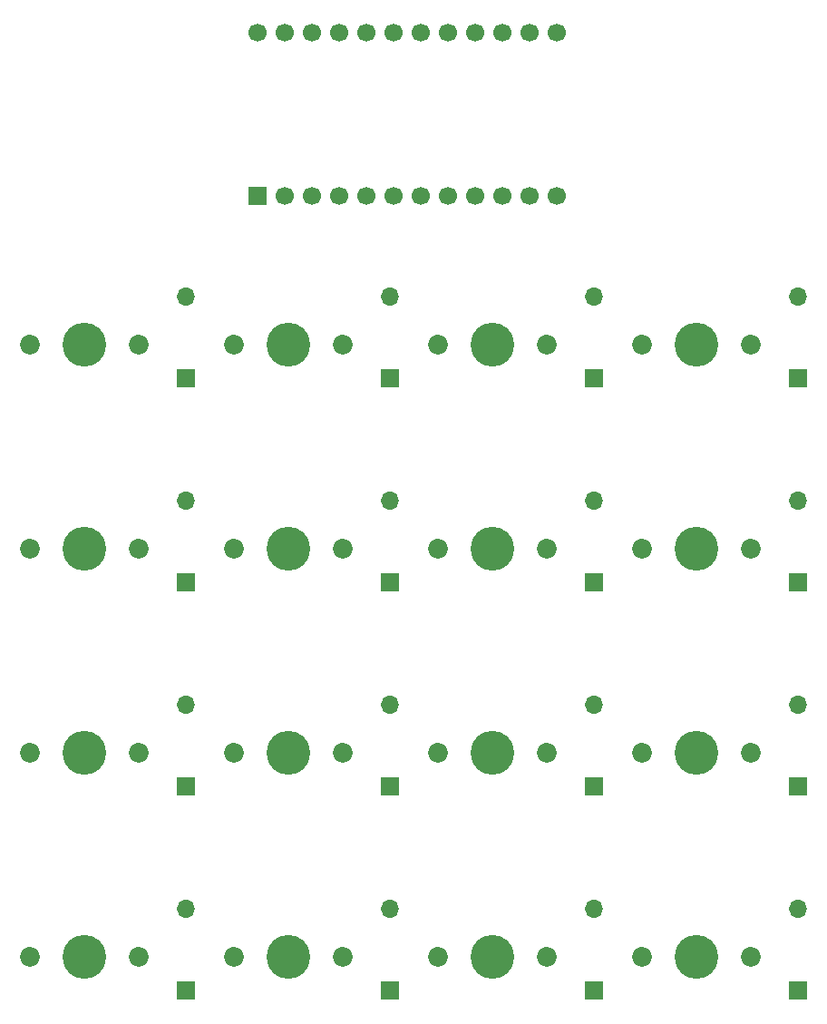
<source format=gts>
%TF.GenerationSoftware,KiCad,Pcbnew,(5.1.6)-1*%
%TF.CreationDate,2020-06-06T20:34:11-05:00*%
%TF.ProjectId,cerkit16,6365726b-6974-4313-962e-6b696361645f,rev?*%
%TF.SameCoordinates,Original*%
%TF.FileFunction,Soldermask,Top*%
%TF.FilePolarity,Negative*%
%FSLAX46Y46*%
G04 Gerber Fmt 4.6, Leading zero omitted, Abs format (unit mm)*
G04 Created by KiCad (PCBNEW (5.1.6)-1) date 2020-06-06 20:34:11*
%MOMM*%
%LPD*%
G01*
G04 APERTURE LIST*
%ADD10C,4.087800*%
%ADD11C,1.850000*%
%ADD12C,1.700000*%
%ADD13R,1.700000X1.700000*%
%ADD14O,1.700000X1.700000*%
G04 APERTURE END LIST*
D10*
%TO.C,MX11*%
X87312500Y-79375000D03*
D11*
X82232500Y-79375000D03*
X92392500Y-79375000D03*
%TD*%
D12*
%TO.C,U1*%
X65405000Y-12223750D03*
X67945000Y-12223750D03*
X70485000Y-12223750D03*
X73025000Y-12223750D03*
X75565000Y-12223750D03*
X78105000Y-12223750D03*
X80645000Y-12223750D03*
X83185000Y-12223750D03*
X85725000Y-12223750D03*
X88265000Y-12223750D03*
X90805000Y-12223750D03*
X93345000Y-12223750D03*
X93345000Y-27463750D03*
X90805000Y-27463750D03*
X88265000Y-27463750D03*
X85725000Y-27463750D03*
X83185000Y-27463750D03*
X80645000Y-27463750D03*
X78105000Y-27463750D03*
X75565000Y-27463750D03*
X73025000Y-27463750D03*
X70485000Y-27463750D03*
X67945000Y-27463750D03*
D13*
X65405000Y-27463750D03*
%TD*%
D10*
%TO.C,MX16*%
X106362500Y-98425000D03*
D11*
X101282500Y-98425000D03*
X111442500Y-98425000D03*
%TD*%
D10*
%TO.C,MX15*%
X87312500Y-98425000D03*
D11*
X82232500Y-98425000D03*
X92392500Y-98425000D03*
%TD*%
D10*
%TO.C,MX14*%
X68262500Y-98425000D03*
D11*
X63182500Y-98425000D03*
X73342500Y-98425000D03*
%TD*%
D10*
%TO.C,MX13*%
X49212500Y-98425000D03*
D11*
X44132500Y-98425000D03*
X54292500Y-98425000D03*
%TD*%
D10*
%TO.C,MX12*%
X106362500Y-79375000D03*
D11*
X101282500Y-79375000D03*
X111442500Y-79375000D03*
%TD*%
D10*
%TO.C,MX10*%
X68262500Y-79375000D03*
D11*
X63182500Y-79375000D03*
X73342500Y-79375000D03*
%TD*%
D10*
%TO.C,MX9*%
X49212500Y-79375000D03*
D11*
X44132500Y-79375000D03*
X54292500Y-79375000D03*
%TD*%
D10*
%TO.C,MX8*%
X106362500Y-60325000D03*
D11*
X101282500Y-60325000D03*
X111442500Y-60325000D03*
%TD*%
D10*
%TO.C,MX7*%
X87312500Y-60325000D03*
D11*
X82232500Y-60325000D03*
X92392500Y-60325000D03*
%TD*%
D10*
%TO.C,MX6*%
X68262500Y-60325000D03*
D11*
X63182500Y-60325000D03*
X73342500Y-60325000D03*
%TD*%
D10*
%TO.C,MX5*%
X49212500Y-60325000D03*
D11*
X44132500Y-60325000D03*
X54292500Y-60325000D03*
%TD*%
D10*
%TO.C,MX4*%
X106362500Y-41275000D03*
D11*
X101282500Y-41275000D03*
X111442500Y-41275000D03*
%TD*%
D10*
%TO.C,MX3*%
X87312500Y-41275000D03*
D11*
X82232500Y-41275000D03*
X92392500Y-41275000D03*
%TD*%
D10*
%TO.C,MX2*%
X68262500Y-41275000D03*
D11*
X63182500Y-41275000D03*
X73342500Y-41275000D03*
%TD*%
D10*
%TO.C,MX1*%
X49212500Y-41275000D03*
D11*
X44132500Y-41275000D03*
X54292500Y-41275000D03*
%TD*%
D14*
%TO.C,D16*%
X115887500Y-93980000D03*
D13*
X115887500Y-101600000D03*
%TD*%
D14*
%TO.C,D15*%
X96837500Y-93980000D03*
D13*
X96837500Y-101600000D03*
%TD*%
D14*
%TO.C,D14*%
X77787500Y-93980000D03*
D13*
X77787500Y-101600000D03*
%TD*%
D14*
%TO.C,D13*%
X58737500Y-93980000D03*
D13*
X58737500Y-101600000D03*
%TD*%
D14*
%TO.C,D12*%
X115887500Y-74930000D03*
D13*
X115887500Y-82550000D03*
%TD*%
D14*
%TO.C,D11*%
X96837500Y-74930000D03*
D13*
X96837500Y-82550000D03*
%TD*%
D14*
%TO.C,D10*%
X77787500Y-74930000D03*
D13*
X77787500Y-82550000D03*
%TD*%
D14*
%TO.C,D9*%
X58737500Y-74930000D03*
D13*
X58737500Y-82550000D03*
%TD*%
D14*
%TO.C,D8*%
X115887500Y-55880000D03*
D13*
X115887500Y-63500000D03*
%TD*%
D14*
%TO.C,D7*%
X96837500Y-55880000D03*
D13*
X96837500Y-63500000D03*
%TD*%
D14*
%TO.C,D6*%
X77787500Y-55880000D03*
D13*
X77787500Y-63500000D03*
%TD*%
D14*
%TO.C,D5*%
X58737500Y-55880000D03*
D13*
X58737500Y-63500000D03*
%TD*%
D14*
%TO.C,D4*%
X115887500Y-36830000D03*
D13*
X115887500Y-44450000D03*
%TD*%
D14*
%TO.C,D3*%
X96837500Y-36830000D03*
D13*
X96837500Y-44450000D03*
%TD*%
D14*
%TO.C,D2*%
X77787500Y-36830000D03*
D13*
X77787500Y-44450000D03*
%TD*%
D14*
%TO.C,D1*%
X58737500Y-36830000D03*
D13*
X58737500Y-44450000D03*
%TD*%
M02*

</source>
